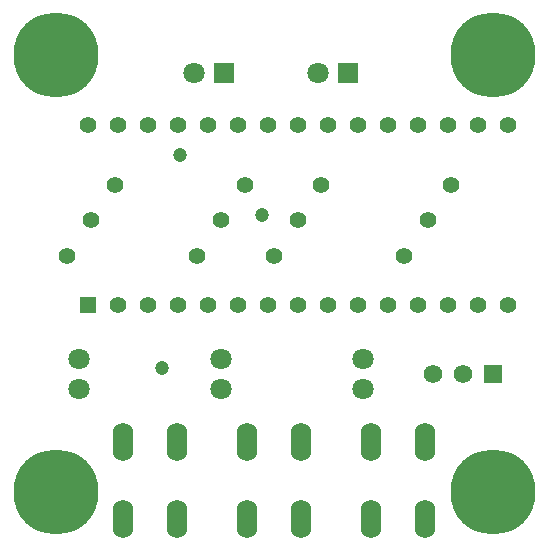
<source format=gbs>
G04*
G04 #@! TF.GenerationSoftware,Altium Limited,Altium Designer,23.6.0 (18)*
G04*
G04 Layer_Color=16711935*
%FSLAX25Y25*%
%MOIN*%
G70*
G04*
G04 #@! TF.SameCoordinates,54EF131F-FBDF-42A5-9582-CEBE5E936E37*
G04*
G04*
G04 #@! TF.FilePolarity,Negative*
G04*
G01*
G75*
%ADD16C,0.05567*%
%ADD17R,0.05567X0.05567*%
%ADD18C,0.05524*%
%ADD19C,0.07099*%
%ADD20O,0.06800X0.12800*%
%ADD21C,0.28359*%
%ADD22C,0.06194*%
%ADD23R,0.06194X0.06194*%
%ADD24R,0.07099X0.07099*%
%ADD25C,0.04737*%
D16*
X32549Y144173D02*
D03*
X42549D02*
D03*
X52549D02*
D03*
X62549D02*
D03*
X72549D02*
D03*
X82549D02*
D03*
X92549D02*
D03*
X102549D02*
D03*
X112549D02*
D03*
X122549D02*
D03*
X132549D02*
D03*
X142549D02*
D03*
X152549D02*
D03*
X162549D02*
D03*
X172549D02*
D03*
Y84173D02*
D03*
X162549D02*
D03*
X152549D02*
D03*
X142549D02*
D03*
X132549D02*
D03*
X122549D02*
D03*
X112549D02*
D03*
X102549D02*
D03*
X92549D02*
D03*
X82549D02*
D03*
X72549D02*
D03*
X62549D02*
D03*
X52549D02*
D03*
X42549D02*
D03*
D17*
X32549D02*
D03*
D18*
X76772Y112205D02*
D03*
X33465D02*
D03*
X137795Y100394D02*
D03*
X94488D02*
D03*
X145669Y112205D02*
D03*
X102362D02*
D03*
X153543Y124016D02*
D03*
X110236D02*
D03*
X41339D02*
D03*
X84646D02*
D03*
X25591Y100394D02*
D03*
X68898D02*
D03*
D19*
X76772Y66024D02*
D03*
Y56024D02*
D03*
X109173Y161417D02*
D03*
X67835D02*
D03*
X29528Y56024D02*
D03*
Y66024D02*
D03*
X124016Y56024D02*
D03*
Y66024D02*
D03*
D20*
X85588Y12791D02*
D03*
X103388D02*
D03*
X85588Y38391D02*
D03*
X103388D02*
D03*
X126927Y12791D02*
D03*
X144727D02*
D03*
X126927Y38391D02*
D03*
X144727D02*
D03*
X44250Y12791D02*
D03*
X62050D02*
D03*
X44250Y38391D02*
D03*
X62050D02*
D03*
D21*
X21654Y167323D02*
D03*
X167323D02*
D03*
Y21654D02*
D03*
X21654D02*
D03*
D22*
X147480Y61024D02*
D03*
X157480D02*
D03*
D23*
X167480D02*
D03*
D24*
X119173Y161417D02*
D03*
X77835D02*
D03*
D25*
X62992Y133858D02*
D03*
X90551Y114173D02*
D03*
X57087Y62992D02*
D03*
M02*

</source>
